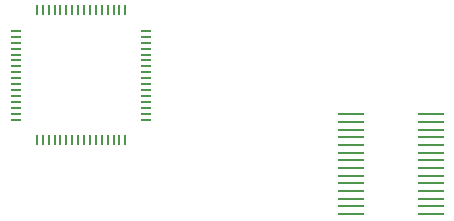
<source format=gbr>
%FSLAX35Y35*%
%MOIN*%
G04 EasyPC Gerber Version 18.0.8 Build 3632 *
%ADD106R,0.00780X0.03537*%
%ADD105R,0.03537X0.00780*%
%ADD107R,0.08502X0.01096*%
X0Y0D02*
D02*
D105*
X178581Y266589D03*
Y268557D03*
Y270526D03*
Y272494D03*
Y274463D03*
Y276431D03*
Y278400D03*
Y280368D03*
Y282337D03*
Y284305D03*
Y286274D03*
Y288242D03*
Y290211D03*
Y292179D03*
Y294148D03*
Y296116D03*
X221888Y266589D03*
Y268557D03*
Y270526D03*
Y272494D03*
Y274463D03*
Y276431D03*
Y278400D03*
Y280368D03*
Y282337D03*
Y284305D03*
Y286274D03*
Y288242D03*
Y290211D03*
Y292179D03*
Y294148D03*
Y296116D03*
D02*
D106*
X185470Y259699D03*
Y303006D03*
X187439Y259699D03*
Y303006D03*
X189407Y259699D03*
Y303006D03*
X191376Y259699D03*
Y303006D03*
X193344Y259699D03*
Y303006D03*
X195313Y259699D03*
Y303006D03*
X197281Y259699D03*
Y303006D03*
X199250Y259699D03*
Y303006D03*
X201219Y259699D03*
Y303006D03*
X203187Y259699D03*
Y303006D03*
X205156Y259699D03*
Y303006D03*
X207124Y259699D03*
Y303006D03*
X209093Y259699D03*
Y303006D03*
X211061Y259699D03*
Y303006D03*
X213030Y259699D03*
Y303006D03*
X214998Y259699D03*
Y303006D03*
D02*
D107*
X290281Y235073D03*
Y237632D03*
Y240191D03*
Y242750D03*
Y245309D03*
Y247868D03*
Y250427D03*
Y252986D03*
Y255545D03*
Y258104D03*
Y260663D03*
Y263222D03*
Y265781D03*
Y268341D03*
X316880Y235073D03*
Y237632D03*
Y240191D03*
Y242750D03*
Y245309D03*
Y247868D03*
Y250427D03*
Y252986D03*
Y255545D03*
Y258104D03*
Y260663D03*
Y263222D03*
Y265781D03*
Y268341D03*
X0Y0D02*
M02*

</source>
